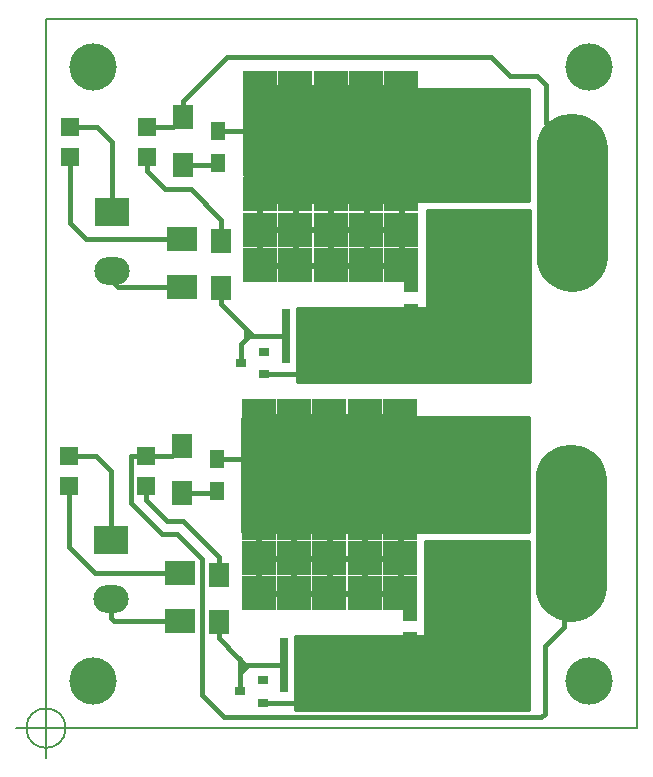
<source format=gbr>
G04 #@! TF.GenerationSoftware,KiCad,Pcbnew,(5.1.5)-3*
G04 #@! TF.CreationDate,2020-03-14T21:19:23-04:00*
G04 #@! TF.ProjectId,MOSTERFET,4d4f5354-4552-4464-9554-2e6b69636164,1.0*
G04 #@! TF.SameCoordinates,Original*
G04 #@! TF.FileFunction,Copper,L1,Top*
G04 #@! TF.FilePolarity,Positive*
%FSLAX46Y46*%
G04 Gerber Fmt 4.6, Leading zero omitted, Abs format (unit mm)*
G04 Created by KiCad (PCBNEW (5.1.5)-3) date 2020-03-14 21:19:23*
%MOMM*%
%LPD*%
G04 APERTURE LIST*
%ADD10C,0.150000*%
%ADD11C,4.000000*%
%ADD12R,0.900000X0.800000*%
%ADD13O,3.000000X2.350000*%
%ADD14R,3.000000X2.350000*%
%ADD15C,6.000000*%
%ADD16R,1.700000X2.000000*%
%ADD17R,1.250000X1.500000*%
%ADD18R,3.000000X3.000000*%
%ADD19R,0.800000X4.600000*%
%ADD20R,1.600000X1.600000*%
%ADD21R,1.300000X1.500000*%
%ADD22R,2.500000X2.000000*%
%ADD23C,0.600000*%
%ADD24C,0.400000*%
%ADD25C,6.000000*%
%ADD26C,0.254000*%
G04 APERTURE END LIST*
D10*
X74666666Y-117000000D02*
G75*
G03X74666666Y-117000000I-1666666J0D01*
G01*
X70500000Y-117000000D02*
X75500000Y-117000000D01*
X73000000Y-114500000D02*
X73000000Y-119500000D01*
X73000000Y-117000000D02*
X123000000Y-117000000D01*
X73000000Y-57000000D02*
X123000000Y-57000000D01*
X123000000Y-117000000D02*
X123000000Y-57000000D01*
X73000000Y-117000000D02*
X73000000Y-57000000D01*
X73000000Y-117000000D02*
X73250000Y-117000000D01*
X73000000Y-117000000D02*
X121000000Y-117000000D01*
D11*
X77000000Y-113000000D03*
X119000000Y-61000000D03*
D12*
X89500000Y-86100000D03*
X91500000Y-85150000D03*
X91500000Y-87050000D03*
D13*
X78600000Y-78300000D03*
D14*
X78600000Y-73300000D03*
D15*
X110625000Y-68000000D03*
X117575000Y-68000000D03*
D16*
X84600000Y-65300000D03*
X84600000Y-69300000D03*
D15*
X110625000Y-77000000D03*
X117575000Y-77000000D03*
D17*
X103900000Y-81850000D03*
X103900000Y-79350000D03*
D18*
X94100000Y-62800000D03*
X91100000Y-62800000D03*
X97100000Y-62800000D03*
X103100000Y-62800000D03*
X100100000Y-62800000D03*
D19*
X100910000Y-83825000D03*
X99640000Y-83825000D03*
X98370000Y-83825000D03*
X95830000Y-83825000D03*
X94560000Y-83825000D03*
X93290000Y-83825000D03*
D18*
X103100000Y-77800000D03*
X103100000Y-74800000D03*
X103100000Y-71800000D03*
X103100000Y-68800000D03*
X91100000Y-77800000D03*
X91100000Y-74800000D03*
X91100000Y-68800000D03*
X91100000Y-71800000D03*
X100100000Y-68800000D03*
X97100000Y-68800000D03*
X94100000Y-68800000D03*
X94100000Y-71800000D03*
X100100000Y-71800000D03*
X97100000Y-71800000D03*
X94100000Y-74800000D03*
X100100000Y-74800000D03*
X97100000Y-74800000D03*
X94100000Y-77800000D03*
X100100000Y-77800000D03*
X97100000Y-77800000D03*
X103100000Y-65800000D03*
X91100000Y-65800000D03*
X100100000Y-65800000D03*
X94100000Y-65800000D03*
X97100000Y-65800000D03*
D20*
X81550000Y-68670000D03*
X75050000Y-68670000D03*
X75050000Y-66130000D03*
X81550000Y-66130000D03*
D16*
X87850000Y-79725000D03*
X87850000Y-75725000D03*
D21*
X87600000Y-69150000D03*
X87600000Y-66450000D03*
D22*
X84550000Y-75625000D03*
X84550000Y-79625000D03*
D12*
X91400000Y-114850000D03*
X91400000Y-112950000D03*
X89400000Y-113900000D03*
D16*
X87650000Y-104000000D03*
X87650000Y-108000000D03*
D22*
X84350000Y-107900000D03*
X84350000Y-103900000D03*
D15*
X117475000Y-105000000D03*
X110525000Y-105000000D03*
D20*
X81450000Y-93930000D03*
X74950000Y-93930000D03*
X74950000Y-96470000D03*
X81450000Y-96470000D03*
D18*
X97000000Y-93600000D03*
X94000000Y-93600000D03*
X100000000Y-93600000D03*
X91000000Y-93600000D03*
X103000000Y-93600000D03*
X97000000Y-105600000D03*
X100000000Y-105600000D03*
X94000000Y-105600000D03*
X97000000Y-102600000D03*
X100000000Y-102600000D03*
X94000000Y-102600000D03*
X97000000Y-99600000D03*
X100000000Y-99600000D03*
X94000000Y-99600000D03*
X94000000Y-96600000D03*
X97000000Y-96600000D03*
X100000000Y-96600000D03*
X91000000Y-99600000D03*
X91000000Y-96600000D03*
X91000000Y-102600000D03*
X91000000Y-105600000D03*
X103000000Y-96600000D03*
X103000000Y-99600000D03*
X103000000Y-102600000D03*
X103000000Y-105600000D03*
D19*
X93190000Y-111625000D03*
X94460000Y-111625000D03*
X95730000Y-111625000D03*
X98270000Y-111625000D03*
X99540000Y-111625000D03*
X100810000Y-111625000D03*
D18*
X100000000Y-90600000D03*
X103000000Y-90600000D03*
X97000000Y-90600000D03*
X91000000Y-90600000D03*
X94000000Y-90600000D03*
D21*
X87500000Y-94250000D03*
X87500000Y-96950000D03*
D17*
X103800000Y-107150000D03*
X103800000Y-109650000D03*
D14*
X78500000Y-101100000D03*
D13*
X78500000Y-106100000D03*
D15*
X117475000Y-96000000D03*
X110525000Y-96000000D03*
D16*
X84500000Y-97100000D03*
X84500000Y-93100000D03*
D11*
X119000000Y-113000000D03*
X77000000Y-61000000D03*
D23*
X100800000Y-110600000D03*
X98300000Y-111500000D03*
X98300000Y-109700000D03*
X99550000Y-112400000D03*
X95750000Y-109700000D03*
X98300000Y-110600000D03*
X98300000Y-113300000D03*
X95750000Y-113300000D03*
X94500000Y-109700000D03*
X99550000Y-113300000D03*
X100800000Y-113300000D03*
X97000000Y-109700000D03*
X99550000Y-111500000D03*
X94500000Y-112400000D03*
X97000000Y-113300000D03*
X94500000Y-113300000D03*
X94500000Y-110600000D03*
X95750000Y-111500000D03*
X100800000Y-112400000D03*
X100800000Y-109700000D03*
X98300000Y-112400000D03*
X97000000Y-110600000D03*
X94500000Y-111500000D03*
X95750000Y-110600000D03*
X95750000Y-112400000D03*
X97000000Y-111500000D03*
X100800000Y-111500000D03*
X97000000Y-112400000D03*
X99550000Y-109700000D03*
X99550000Y-110600000D03*
X94600000Y-83700000D03*
X95850000Y-84600000D03*
X95850000Y-82800000D03*
X100900000Y-83700000D03*
X98400000Y-84600000D03*
X98400000Y-81900000D03*
X97100000Y-83700000D03*
X98400000Y-83700000D03*
X99650000Y-84600000D03*
X95850000Y-81900000D03*
X100900000Y-85500000D03*
X97100000Y-81900000D03*
X99650000Y-83700000D03*
X94600000Y-84600000D03*
X99650000Y-85500000D03*
X94600000Y-85500000D03*
X94600000Y-82800000D03*
X98400000Y-82800000D03*
X100900000Y-82800000D03*
X98400000Y-85500000D03*
X94600000Y-81900000D03*
X95850000Y-85500000D03*
X97100000Y-85500000D03*
X95850000Y-83700000D03*
X100900000Y-84600000D03*
X100900000Y-81900000D03*
X97100000Y-82800000D03*
X99650000Y-81900000D03*
X99650000Y-82800000D03*
X97100000Y-84600000D03*
D24*
X94460000Y-114560000D02*
X94460000Y-111625000D01*
X94500000Y-114600000D02*
X94460000Y-114560000D01*
X95450000Y-114850000D02*
X97000000Y-113300000D01*
X91400000Y-114850000D02*
X95450000Y-114850000D01*
X94560000Y-86760000D02*
X94560000Y-83825000D01*
X94600000Y-86800000D02*
X94560000Y-86760000D01*
X95550000Y-87050000D02*
X97100000Y-85500000D01*
X91500000Y-87050000D02*
X95550000Y-87050000D01*
X84600000Y-66000000D02*
X84600000Y-65300000D01*
X83770000Y-66130000D02*
X84600000Y-65300000D01*
X81550000Y-66130000D02*
X83770000Y-66130000D01*
D25*
X117475000Y-96000000D02*
X117475000Y-105000000D01*
X117575000Y-68000000D02*
X117575000Y-77000000D01*
D24*
X115325000Y-65750000D02*
X117575000Y-68000000D01*
X84600000Y-63900000D02*
X88300000Y-60200000D01*
X115325000Y-62525000D02*
X115325000Y-65750000D01*
X84600000Y-65300000D02*
X84600000Y-63900000D01*
X88300000Y-60200000D02*
X110700000Y-60200000D01*
X110700000Y-60200000D02*
X112300000Y-61800000D01*
X112300000Y-61800000D02*
X114600000Y-61800000D01*
X114600000Y-61800000D02*
X115325000Y-62525000D01*
X83670000Y-93930000D02*
X84500000Y-93100000D01*
X81450000Y-93930000D02*
X83670000Y-93930000D01*
X80250000Y-93930000D02*
X81450000Y-93930000D01*
X80195999Y-93984001D02*
X80250000Y-93930000D01*
X82800000Y-100575000D02*
X80195999Y-97970999D01*
X84092202Y-100575000D02*
X82800000Y-100575000D01*
X86200000Y-102682798D02*
X84092202Y-100575000D01*
X80195999Y-97970999D02*
X80195999Y-93984001D01*
X86200000Y-114200000D02*
X86200000Y-102682798D01*
X116875000Y-108425000D02*
X115225000Y-110075000D01*
X115225000Y-110075000D02*
X115225000Y-115775000D01*
X88100000Y-116100000D02*
X86200000Y-114200000D01*
X115225000Y-115775000D02*
X114900000Y-116100000D01*
X114900000Y-116100000D02*
X88100000Y-116100000D01*
X116875000Y-105600000D02*
X117475000Y-105000000D01*
X116875000Y-108425000D02*
X116875000Y-105600000D01*
X93165000Y-111600000D02*
X93190000Y-111625000D01*
X89400000Y-113900000D02*
X89400000Y-112300000D01*
X90075000Y-111625000D02*
X93190000Y-111625000D01*
X89400000Y-112300000D02*
X90075000Y-111625000D01*
X89875000Y-111625000D02*
X90075000Y-111625000D01*
X87650000Y-108000000D02*
X87650000Y-109400000D01*
X89400000Y-111150000D02*
X89200000Y-110950000D01*
X87650000Y-109400000D02*
X89200000Y-110950000D01*
X89200000Y-110950000D02*
X89875000Y-111625000D01*
X89400000Y-111525000D02*
X89400000Y-111150000D01*
X89400000Y-112300000D02*
X89400000Y-111525000D01*
X89625000Y-111750000D02*
X89400000Y-111525000D01*
X93265000Y-83800000D02*
X93290000Y-83825000D01*
X89500000Y-86100000D02*
X89500000Y-84500000D01*
X90550000Y-83825000D02*
X91225000Y-83825000D01*
X87850000Y-79725000D02*
X87850000Y-81125000D01*
X90175000Y-83825000D02*
X91225000Y-83825000D01*
X91225000Y-83825000D02*
X93290000Y-83825000D01*
X89950000Y-83225000D02*
X89650000Y-82925000D01*
X89950000Y-84050000D02*
X89950000Y-83225000D01*
X89650000Y-82925000D02*
X90550000Y-83825000D01*
X87850000Y-81125000D02*
X89650000Y-82925000D01*
X89950000Y-84050000D02*
X90175000Y-83825000D01*
X89500000Y-84500000D02*
X89950000Y-84050000D01*
X75050000Y-68670000D02*
X75050000Y-74275000D01*
X76400000Y-75625000D02*
X84550000Y-75625000D01*
X75050000Y-74275000D02*
X76400000Y-75625000D01*
X78600000Y-78300000D02*
X78600000Y-79125000D01*
X79100000Y-79625000D02*
X84550000Y-79625000D01*
X78600000Y-79125000D02*
X79100000Y-79625000D01*
X82700000Y-107900000D02*
X84350000Y-107900000D01*
X78725000Y-107900000D02*
X82700000Y-107900000D01*
X78500000Y-107675000D02*
X78725000Y-107900000D01*
X78500000Y-106100000D02*
X78500000Y-107675000D01*
X74950000Y-101675000D02*
X74950000Y-96470000D01*
X77175000Y-103900000D02*
X74950000Y-101675000D01*
X84350000Y-103900000D02*
X77175000Y-103900000D01*
X84600000Y-69300000D02*
X87450000Y-69300000D01*
X87450000Y-69300000D02*
X87600000Y-69150000D01*
X87850000Y-73975000D02*
X87850000Y-75725000D01*
X85245000Y-71370000D02*
X87850000Y-73975000D01*
X83050000Y-71370000D02*
X85245000Y-71370000D01*
X81550000Y-69870000D02*
X83050000Y-71370000D01*
X81550000Y-68670000D02*
X81550000Y-69870000D01*
X84500000Y-97100000D02*
X87350000Y-97100000D01*
X87350000Y-97100000D02*
X87500000Y-96950000D01*
X87650000Y-102500000D02*
X87650000Y-104000000D01*
X84625000Y-99475000D02*
X87650000Y-102500000D01*
X83255000Y-99475000D02*
X84625000Y-99475000D01*
X81450000Y-97670000D02*
X83255000Y-99475000D01*
X81450000Y-96470000D02*
X81450000Y-97670000D01*
X87500000Y-94250000D02*
X90350000Y-94250000D01*
X90350000Y-94250000D02*
X91000000Y-93600000D01*
X103800000Y-106400000D02*
X103000000Y-105600000D01*
X103800000Y-107150000D02*
X103800000Y-106400000D01*
X103900000Y-79350000D02*
X103900000Y-78600000D01*
X103900000Y-78600000D02*
X103100000Y-77800000D01*
X87600000Y-66450000D02*
X90450000Y-66450000D01*
X90450000Y-66450000D02*
X91100000Y-65800000D01*
X77330000Y-66130000D02*
X75050000Y-66130000D01*
X78600000Y-73300000D02*
X78600000Y-67400000D01*
X78600000Y-67400000D02*
X77330000Y-66130000D01*
X77230000Y-93930000D02*
X74950000Y-93930000D01*
X78500000Y-101100000D02*
X78500000Y-95200000D01*
X78500000Y-95200000D02*
X77230000Y-93930000D01*
D26*
G36*
X91127000Y-90473000D02*
G01*
X93873000Y-90473000D01*
X93873000Y-90453000D01*
X94127000Y-90453000D01*
X94127000Y-90473000D01*
X96873000Y-90473000D01*
X96873000Y-90453000D01*
X97127000Y-90453000D01*
X97127000Y-90473000D01*
X99873000Y-90473000D01*
X99873000Y-90453000D01*
X100127000Y-90453000D01*
X100127000Y-90473000D01*
X102873000Y-90473000D01*
X102873000Y-90453000D01*
X103127000Y-90453000D01*
X103127000Y-90473000D01*
X103147000Y-90473000D01*
X103147000Y-90727000D01*
X103127000Y-90727000D01*
X103127000Y-93473000D01*
X103147000Y-93473000D01*
X103147000Y-93727000D01*
X103127000Y-93727000D01*
X103127000Y-96473000D01*
X103147000Y-96473000D01*
X103147000Y-96727000D01*
X103127000Y-96727000D01*
X103127000Y-99473000D01*
X103147000Y-99473000D01*
X103147000Y-99727000D01*
X103127000Y-99727000D01*
X103127000Y-102473000D01*
X103147000Y-102473000D01*
X103147000Y-102727000D01*
X103127000Y-102727000D01*
X103127000Y-105473000D01*
X103147000Y-105473000D01*
X103147000Y-105727000D01*
X103127000Y-105727000D01*
X103127000Y-105747000D01*
X102873000Y-105747000D01*
X102873000Y-105727000D01*
X100127000Y-105727000D01*
X100127000Y-105747000D01*
X99873000Y-105747000D01*
X99873000Y-105727000D01*
X97127000Y-105727000D01*
X97127000Y-105747000D01*
X96873000Y-105747000D01*
X96873000Y-105727000D01*
X94127000Y-105727000D01*
X94127000Y-105747000D01*
X93873000Y-105747000D01*
X93873000Y-105727000D01*
X91127000Y-105727000D01*
X91127000Y-105747000D01*
X90873000Y-105747000D01*
X90873000Y-105727000D01*
X90853000Y-105727000D01*
X90853000Y-105473000D01*
X90873000Y-105473000D01*
X90873000Y-102727000D01*
X91127000Y-102727000D01*
X91127000Y-105473000D01*
X93873000Y-105473000D01*
X93873000Y-102727000D01*
X94127000Y-102727000D01*
X94127000Y-105473000D01*
X96873000Y-105473000D01*
X96873000Y-102727000D01*
X97127000Y-102727000D01*
X97127000Y-105473000D01*
X99873000Y-105473000D01*
X99873000Y-102727000D01*
X100127000Y-102727000D01*
X100127000Y-105473000D01*
X102873000Y-105473000D01*
X102873000Y-102727000D01*
X100127000Y-102727000D01*
X99873000Y-102727000D01*
X97127000Y-102727000D01*
X96873000Y-102727000D01*
X94127000Y-102727000D01*
X93873000Y-102727000D01*
X91127000Y-102727000D01*
X90873000Y-102727000D01*
X90853000Y-102727000D01*
X90853000Y-102473000D01*
X90873000Y-102473000D01*
X90873000Y-99727000D01*
X91127000Y-99727000D01*
X91127000Y-102473000D01*
X93873000Y-102473000D01*
X93873000Y-99727000D01*
X94127000Y-99727000D01*
X94127000Y-102473000D01*
X96873000Y-102473000D01*
X96873000Y-99727000D01*
X97127000Y-99727000D01*
X97127000Y-102473000D01*
X99873000Y-102473000D01*
X99873000Y-99727000D01*
X100127000Y-99727000D01*
X100127000Y-102473000D01*
X102873000Y-102473000D01*
X102873000Y-99727000D01*
X100127000Y-99727000D01*
X99873000Y-99727000D01*
X97127000Y-99727000D01*
X96873000Y-99727000D01*
X94127000Y-99727000D01*
X93873000Y-99727000D01*
X91127000Y-99727000D01*
X90873000Y-99727000D01*
X90853000Y-99727000D01*
X90853000Y-99473000D01*
X90873000Y-99473000D01*
X90873000Y-96727000D01*
X91127000Y-96727000D01*
X91127000Y-99473000D01*
X93873000Y-99473000D01*
X93873000Y-96727000D01*
X94127000Y-96727000D01*
X94127000Y-99473000D01*
X96873000Y-99473000D01*
X96873000Y-96727000D01*
X97127000Y-96727000D01*
X97127000Y-99473000D01*
X99873000Y-99473000D01*
X99873000Y-96727000D01*
X100127000Y-96727000D01*
X100127000Y-99473000D01*
X102873000Y-99473000D01*
X102873000Y-96727000D01*
X100127000Y-96727000D01*
X99873000Y-96727000D01*
X97127000Y-96727000D01*
X96873000Y-96727000D01*
X94127000Y-96727000D01*
X93873000Y-96727000D01*
X91127000Y-96727000D01*
X90873000Y-96727000D01*
X90853000Y-96727000D01*
X90853000Y-96473000D01*
X90873000Y-96473000D01*
X90873000Y-93727000D01*
X91127000Y-93727000D01*
X91127000Y-96473000D01*
X93873000Y-96473000D01*
X93873000Y-93727000D01*
X94127000Y-93727000D01*
X94127000Y-96473000D01*
X96873000Y-96473000D01*
X96873000Y-93727000D01*
X97127000Y-93727000D01*
X97127000Y-96473000D01*
X99873000Y-96473000D01*
X99873000Y-93727000D01*
X100127000Y-93727000D01*
X100127000Y-96473000D01*
X102873000Y-96473000D01*
X102873000Y-93727000D01*
X100127000Y-93727000D01*
X99873000Y-93727000D01*
X97127000Y-93727000D01*
X96873000Y-93727000D01*
X94127000Y-93727000D01*
X93873000Y-93727000D01*
X91127000Y-93727000D01*
X90873000Y-93727000D01*
X90853000Y-93727000D01*
X90853000Y-93473000D01*
X90873000Y-93473000D01*
X90873000Y-90727000D01*
X91127000Y-90727000D01*
X91127000Y-93473000D01*
X93873000Y-93473000D01*
X93873000Y-90727000D01*
X94127000Y-90727000D01*
X94127000Y-93473000D01*
X96873000Y-93473000D01*
X96873000Y-90727000D01*
X97127000Y-90727000D01*
X97127000Y-93473000D01*
X99873000Y-93473000D01*
X99873000Y-90727000D01*
X100127000Y-90727000D01*
X100127000Y-93473000D01*
X102873000Y-93473000D01*
X102873000Y-90727000D01*
X100127000Y-90727000D01*
X99873000Y-90727000D01*
X97127000Y-90727000D01*
X96873000Y-90727000D01*
X94127000Y-90727000D01*
X93873000Y-90727000D01*
X91127000Y-90727000D01*
X90873000Y-90727000D01*
X90853000Y-90727000D01*
X90853000Y-90473000D01*
X90873000Y-90473000D01*
X90873000Y-90453000D01*
X91127000Y-90453000D01*
X91127000Y-90473000D01*
G37*
X91127000Y-90473000D02*
X93873000Y-90473000D01*
X93873000Y-90453000D01*
X94127000Y-90453000D01*
X94127000Y-90473000D01*
X96873000Y-90473000D01*
X96873000Y-90453000D01*
X97127000Y-90453000D01*
X97127000Y-90473000D01*
X99873000Y-90473000D01*
X99873000Y-90453000D01*
X100127000Y-90453000D01*
X100127000Y-90473000D01*
X102873000Y-90473000D01*
X102873000Y-90453000D01*
X103127000Y-90453000D01*
X103127000Y-90473000D01*
X103147000Y-90473000D01*
X103147000Y-90727000D01*
X103127000Y-90727000D01*
X103127000Y-93473000D01*
X103147000Y-93473000D01*
X103147000Y-93727000D01*
X103127000Y-93727000D01*
X103127000Y-96473000D01*
X103147000Y-96473000D01*
X103147000Y-96727000D01*
X103127000Y-96727000D01*
X103127000Y-99473000D01*
X103147000Y-99473000D01*
X103147000Y-99727000D01*
X103127000Y-99727000D01*
X103127000Y-102473000D01*
X103147000Y-102473000D01*
X103147000Y-102727000D01*
X103127000Y-102727000D01*
X103127000Y-105473000D01*
X103147000Y-105473000D01*
X103147000Y-105727000D01*
X103127000Y-105727000D01*
X103127000Y-105747000D01*
X102873000Y-105747000D01*
X102873000Y-105727000D01*
X100127000Y-105727000D01*
X100127000Y-105747000D01*
X99873000Y-105747000D01*
X99873000Y-105727000D01*
X97127000Y-105727000D01*
X97127000Y-105747000D01*
X96873000Y-105747000D01*
X96873000Y-105727000D01*
X94127000Y-105727000D01*
X94127000Y-105747000D01*
X93873000Y-105747000D01*
X93873000Y-105727000D01*
X91127000Y-105727000D01*
X91127000Y-105747000D01*
X90873000Y-105747000D01*
X90873000Y-105727000D01*
X90853000Y-105727000D01*
X90853000Y-105473000D01*
X90873000Y-105473000D01*
X90873000Y-102727000D01*
X91127000Y-102727000D01*
X91127000Y-105473000D01*
X93873000Y-105473000D01*
X93873000Y-102727000D01*
X94127000Y-102727000D01*
X94127000Y-105473000D01*
X96873000Y-105473000D01*
X96873000Y-102727000D01*
X97127000Y-102727000D01*
X97127000Y-105473000D01*
X99873000Y-105473000D01*
X99873000Y-102727000D01*
X100127000Y-102727000D01*
X100127000Y-105473000D01*
X102873000Y-105473000D01*
X102873000Y-102727000D01*
X100127000Y-102727000D01*
X99873000Y-102727000D01*
X97127000Y-102727000D01*
X96873000Y-102727000D01*
X94127000Y-102727000D01*
X93873000Y-102727000D01*
X91127000Y-102727000D01*
X90873000Y-102727000D01*
X90853000Y-102727000D01*
X90853000Y-102473000D01*
X90873000Y-102473000D01*
X90873000Y-99727000D01*
X91127000Y-99727000D01*
X91127000Y-102473000D01*
X93873000Y-102473000D01*
X93873000Y-99727000D01*
X94127000Y-99727000D01*
X94127000Y-102473000D01*
X96873000Y-102473000D01*
X96873000Y-99727000D01*
X97127000Y-99727000D01*
X97127000Y-102473000D01*
X99873000Y-102473000D01*
X99873000Y-99727000D01*
X100127000Y-99727000D01*
X100127000Y-102473000D01*
X102873000Y-102473000D01*
X102873000Y-99727000D01*
X100127000Y-99727000D01*
X99873000Y-99727000D01*
X97127000Y-99727000D01*
X96873000Y-99727000D01*
X94127000Y-99727000D01*
X93873000Y-99727000D01*
X91127000Y-99727000D01*
X90873000Y-99727000D01*
X90853000Y-99727000D01*
X90853000Y-99473000D01*
X90873000Y-99473000D01*
X90873000Y-96727000D01*
X91127000Y-96727000D01*
X91127000Y-99473000D01*
X93873000Y-99473000D01*
X93873000Y-96727000D01*
X94127000Y-96727000D01*
X94127000Y-99473000D01*
X96873000Y-99473000D01*
X96873000Y-96727000D01*
X97127000Y-96727000D01*
X97127000Y-99473000D01*
X99873000Y-99473000D01*
X99873000Y-96727000D01*
X100127000Y-96727000D01*
X100127000Y-99473000D01*
X102873000Y-99473000D01*
X102873000Y-96727000D01*
X100127000Y-96727000D01*
X99873000Y-96727000D01*
X97127000Y-96727000D01*
X96873000Y-96727000D01*
X94127000Y-96727000D01*
X93873000Y-96727000D01*
X91127000Y-96727000D01*
X90873000Y-96727000D01*
X90853000Y-96727000D01*
X90853000Y-96473000D01*
X90873000Y-96473000D01*
X90873000Y-93727000D01*
X91127000Y-93727000D01*
X91127000Y-96473000D01*
X93873000Y-96473000D01*
X93873000Y-93727000D01*
X94127000Y-93727000D01*
X94127000Y-96473000D01*
X96873000Y-96473000D01*
X96873000Y-93727000D01*
X97127000Y-93727000D01*
X97127000Y-96473000D01*
X99873000Y-96473000D01*
X99873000Y-93727000D01*
X100127000Y-93727000D01*
X100127000Y-96473000D01*
X102873000Y-96473000D01*
X102873000Y-93727000D01*
X100127000Y-93727000D01*
X99873000Y-93727000D01*
X97127000Y-93727000D01*
X96873000Y-93727000D01*
X94127000Y-93727000D01*
X93873000Y-93727000D01*
X91127000Y-93727000D01*
X90873000Y-93727000D01*
X90853000Y-93727000D01*
X90853000Y-93473000D01*
X90873000Y-93473000D01*
X90873000Y-90727000D01*
X91127000Y-90727000D01*
X91127000Y-93473000D01*
X93873000Y-93473000D01*
X93873000Y-90727000D01*
X94127000Y-90727000D01*
X94127000Y-93473000D01*
X96873000Y-93473000D01*
X96873000Y-90727000D01*
X97127000Y-90727000D01*
X97127000Y-93473000D01*
X99873000Y-93473000D01*
X99873000Y-90727000D01*
X100127000Y-90727000D01*
X100127000Y-93473000D01*
X102873000Y-93473000D01*
X102873000Y-90727000D01*
X100127000Y-90727000D01*
X99873000Y-90727000D01*
X97127000Y-90727000D01*
X96873000Y-90727000D01*
X94127000Y-90727000D01*
X93873000Y-90727000D01*
X91127000Y-90727000D01*
X90873000Y-90727000D01*
X90853000Y-90727000D01*
X90853000Y-90473000D01*
X90873000Y-90473000D01*
X90873000Y-90453000D01*
X91127000Y-90453000D01*
X91127000Y-90473000D01*
G36*
X113873000Y-115473000D02*
G01*
X94127000Y-115473000D01*
X94127000Y-109227000D01*
X105000000Y-109227000D01*
X105024776Y-109224560D01*
X105048601Y-109217333D01*
X105070557Y-109205597D01*
X105089803Y-109189803D01*
X105105597Y-109170557D01*
X105117333Y-109148601D01*
X105124560Y-109124776D01*
X105127000Y-109100000D01*
X105127000Y-101127000D01*
X113873000Y-101127000D01*
X113873000Y-115473000D01*
G37*
X113873000Y-115473000D02*
X94127000Y-115473000D01*
X94127000Y-109227000D01*
X105000000Y-109227000D01*
X105024776Y-109224560D01*
X105048601Y-109217333D01*
X105070557Y-109205597D01*
X105089803Y-109189803D01*
X105105597Y-109170557D01*
X105117333Y-109148601D01*
X105124560Y-109124776D01*
X105127000Y-109100000D01*
X105127000Y-101127000D01*
X113873000Y-101127000D01*
X113873000Y-115473000D01*
G36*
X113873000Y-100373259D02*
G01*
X89627000Y-100422740D01*
X89627000Y-90726483D01*
X113873000Y-90627519D01*
X113873000Y-100373259D01*
G37*
X113873000Y-100373259D02*
X89627000Y-100422740D01*
X89627000Y-90726483D01*
X113873000Y-90627519D01*
X113873000Y-100373259D01*
G36*
X91227000Y-62673000D02*
G01*
X93973000Y-62673000D01*
X93973000Y-62653000D01*
X94227000Y-62653000D01*
X94227000Y-62673000D01*
X96973000Y-62673000D01*
X96973000Y-62653000D01*
X97227000Y-62653000D01*
X97227000Y-62673000D01*
X99973000Y-62673000D01*
X99973000Y-62653000D01*
X100227000Y-62653000D01*
X100227000Y-62673000D01*
X102973000Y-62673000D01*
X102973000Y-62653000D01*
X103227000Y-62653000D01*
X103227000Y-62673000D01*
X103247000Y-62673000D01*
X103247000Y-62927000D01*
X103227000Y-62927000D01*
X103227000Y-65673000D01*
X103247000Y-65673000D01*
X103247000Y-65927000D01*
X103227000Y-65927000D01*
X103227000Y-68673000D01*
X103247000Y-68673000D01*
X103247000Y-68927000D01*
X103227000Y-68927000D01*
X103227000Y-71673000D01*
X103247000Y-71673000D01*
X103247000Y-71927000D01*
X103227000Y-71927000D01*
X103227000Y-74673000D01*
X103247000Y-74673000D01*
X103247000Y-74927000D01*
X103227000Y-74927000D01*
X103227000Y-77673000D01*
X103247000Y-77673000D01*
X103247000Y-77927000D01*
X103227000Y-77927000D01*
X103227000Y-77947000D01*
X102973000Y-77947000D01*
X102973000Y-77927000D01*
X100227000Y-77927000D01*
X100227000Y-77947000D01*
X99973000Y-77947000D01*
X99973000Y-77927000D01*
X97227000Y-77927000D01*
X97227000Y-77947000D01*
X96973000Y-77947000D01*
X96973000Y-77927000D01*
X94227000Y-77927000D01*
X94227000Y-77947000D01*
X93973000Y-77947000D01*
X93973000Y-77927000D01*
X91227000Y-77927000D01*
X91227000Y-77947000D01*
X90973000Y-77947000D01*
X90973000Y-77927000D01*
X90953000Y-77927000D01*
X90953000Y-77673000D01*
X90973000Y-77673000D01*
X90973000Y-74927000D01*
X91227000Y-74927000D01*
X91227000Y-77673000D01*
X93973000Y-77673000D01*
X93973000Y-74927000D01*
X94227000Y-74927000D01*
X94227000Y-77673000D01*
X96973000Y-77673000D01*
X96973000Y-74927000D01*
X97227000Y-74927000D01*
X97227000Y-77673000D01*
X99973000Y-77673000D01*
X99973000Y-74927000D01*
X100227000Y-74927000D01*
X100227000Y-77673000D01*
X102973000Y-77673000D01*
X102973000Y-74927000D01*
X100227000Y-74927000D01*
X99973000Y-74927000D01*
X97227000Y-74927000D01*
X96973000Y-74927000D01*
X94227000Y-74927000D01*
X93973000Y-74927000D01*
X91227000Y-74927000D01*
X90973000Y-74927000D01*
X90953000Y-74927000D01*
X90953000Y-74673000D01*
X90973000Y-74673000D01*
X90973000Y-71927000D01*
X91227000Y-71927000D01*
X91227000Y-74673000D01*
X93973000Y-74673000D01*
X93973000Y-71927000D01*
X94227000Y-71927000D01*
X94227000Y-74673000D01*
X96973000Y-74673000D01*
X96973000Y-71927000D01*
X97227000Y-71927000D01*
X97227000Y-74673000D01*
X99973000Y-74673000D01*
X99973000Y-71927000D01*
X100227000Y-71927000D01*
X100227000Y-74673000D01*
X102973000Y-74673000D01*
X102973000Y-71927000D01*
X100227000Y-71927000D01*
X99973000Y-71927000D01*
X97227000Y-71927000D01*
X96973000Y-71927000D01*
X94227000Y-71927000D01*
X93973000Y-71927000D01*
X91227000Y-71927000D01*
X90973000Y-71927000D01*
X90953000Y-71927000D01*
X90953000Y-71673000D01*
X90973000Y-71673000D01*
X90973000Y-68927000D01*
X91227000Y-68927000D01*
X91227000Y-71673000D01*
X93973000Y-71673000D01*
X93973000Y-68927000D01*
X94227000Y-68927000D01*
X94227000Y-71673000D01*
X96973000Y-71673000D01*
X96973000Y-68927000D01*
X97227000Y-68927000D01*
X97227000Y-71673000D01*
X99973000Y-71673000D01*
X99973000Y-68927000D01*
X100227000Y-68927000D01*
X100227000Y-71673000D01*
X102973000Y-71673000D01*
X102973000Y-68927000D01*
X100227000Y-68927000D01*
X99973000Y-68927000D01*
X97227000Y-68927000D01*
X96973000Y-68927000D01*
X94227000Y-68927000D01*
X93973000Y-68927000D01*
X91227000Y-68927000D01*
X90973000Y-68927000D01*
X90953000Y-68927000D01*
X90953000Y-68673000D01*
X90973000Y-68673000D01*
X90973000Y-65927000D01*
X91227000Y-65927000D01*
X91227000Y-68673000D01*
X93973000Y-68673000D01*
X93973000Y-65927000D01*
X94227000Y-65927000D01*
X94227000Y-68673000D01*
X96973000Y-68673000D01*
X96973000Y-65927000D01*
X97227000Y-65927000D01*
X97227000Y-68673000D01*
X99973000Y-68673000D01*
X99973000Y-65927000D01*
X100227000Y-65927000D01*
X100227000Y-68673000D01*
X102973000Y-68673000D01*
X102973000Y-65927000D01*
X100227000Y-65927000D01*
X99973000Y-65927000D01*
X97227000Y-65927000D01*
X96973000Y-65927000D01*
X94227000Y-65927000D01*
X93973000Y-65927000D01*
X91227000Y-65927000D01*
X90973000Y-65927000D01*
X90953000Y-65927000D01*
X90953000Y-65673000D01*
X90973000Y-65673000D01*
X90973000Y-62927000D01*
X91227000Y-62927000D01*
X91227000Y-65673000D01*
X93973000Y-65673000D01*
X93973000Y-62927000D01*
X94227000Y-62927000D01*
X94227000Y-65673000D01*
X96973000Y-65673000D01*
X96973000Y-62927000D01*
X97227000Y-62927000D01*
X97227000Y-65673000D01*
X99973000Y-65673000D01*
X99973000Y-62927000D01*
X100227000Y-62927000D01*
X100227000Y-65673000D01*
X102973000Y-65673000D01*
X102973000Y-62927000D01*
X100227000Y-62927000D01*
X99973000Y-62927000D01*
X97227000Y-62927000D01*
X96973000Y-62927000D01*
X94227000Y-62927000D01*
X93973000Y-62927000D01*
X91227000Y-62927000D01*
X90973000Y-62927000D01*
X90953000Y-62927000D01*
X90953000Y-62673000D01*
X90973000Y-62673000D01*
X90973000Y-62653000D01*
X91227000Y-62653000D01*
X91227000Y-62673000D01*
G37*
X91227000Y-62673000D02*
X93973000Y-62673000D01*
X93973000Y-62653000D01*
X94227000Y-62653000D01*
X94227000Y-62673000D01*
X96973000Y-62673000D01*
X96973000Y-62653000D01*
X97227000Y-62653000D01*
X97227000Y-62673000D01*
X99973000Y-62673000D01*
X99973000Y-62653000D01*
X100227000Y-62653000D01*
X100227000Y-62673000D01*
X102973000Y-62673000D01*
X102973000Y-62653000D01*
X103227000Y-62653000D01*
X103227000Y-62673000D01*
X103247000Y-62673000D01*
X103247000Y-62927000D01*
X103227000Y-62927000D01*
X103227000Y-65673000D01*
X103247000Y-65673000D01*
X103247000Y-65927000D01*
X103227000Y-65927000D01*
X103227000Y-68673000D01*
X103247000Y-68673000D01*
X103247000Y-68927000D01*
X103227000Y-68927000D01*
X103227000Y-71673000D01*
X103247000Y-71673000D01*
X103247000Y-71927000D01*
X103227000Y-71927000D01*
X103227000Y-74673000D01*
X103247000Y-74673000D01*
X103247000Y-74927000D01*
X103227000Y-74927000D01*
X103227000Y-77673000D01*
X103247000Y-77673000D01*
X103247000Y-77927000D01*
X103227000Y-77927000D01*
X103227000Y-77947000D01*
X102973000Y-77947000D01*
X102973000Y-77927000D01*
X100227000Y-77927000D01*
X100227000Y-77947000D01*
X99973000Y-77947000D01*
X99973000Y-77927000D01*
X97227000Y-77927000D01*
X97227000Y-77947000D01*
X96973000Y-77947000D01*
X96973000Y-77927000D01*
X94227000Y-77927000D01*
X94227000Y-77947000D01*
X93973000Y-77947000D01*
X93973000Y-77927000D01*
X91227000Y-77927000D01*
X91227000Y-77947000D01*
X90973000Y-77947000D01*
X90973000Y-77927000D01*
X90953000Y-77927000D01*
X90953000Y-77673000D01*
X90973000Y-77673000D01*
X90973000Y-74927000D01*
X91227000Y-74927000D01*
X91227000Y-77673000D01*
X93973000Y-77673000D01*
X93973000Y-74927000D01*
X94227000Y-74927000D01*
X94227000Y-77673000D01*
X96973000Y-77673000D01*
X96973000Y-74927000D01*
X97227000Y-74927000D01*
X97227000Y-77673000D01*
X99973000Y-77673000D01*
X99973000Y-74927000D01*
X100227000Y-74927000D01*
X100227000Y-77673000D01*
X102973000Y-77673000D01*
X102973000Y-74927000D01*
X100227000Y-74927000D01*
X99973000Y-74927000D01*
X97227000Y-74927000D01*
X96973000Y-74927000D01*
X94227000Y-74927000D01*
X93973000Y-74927000D01*
X91227000Y-74927000D01*
X90973000Y-74927000D01*
X90953000Y-74927000D01*
X90953000Y-74673000D01*
X90973000Y-74673000D01*
X90973000Y-71927000D01*
X91227000Y-71927000D01*
X91227000Y-74673000D01*
X93973000Y-74673000D01*
X93973000Y-71927000D01*
X94227000Y-71927000D01*
X94227000Y-74673000D01*
X96973000Y-74673000D01*
X96973000Y-71927000D01*
X97227000Y-71927000D01*
X97227000Y-74673000D01*
X99973000Y-74673000D01*
X99973000Y-71927000D01*
X100227000Y-71927000D01*
X100227000Y-74673000D01*
X102973000Y-74673000D01*
X102973000Y-71927000D01*
X100227000Y-71927000D01*
X99973000Y-71927000D01*
X97227000Y-71927000D01*
X96973000Y-71927000D01*
X94227000Y-71927000D01*
X93973000Y-71927000D01*
X91227000Y-71927000D01*
X90973000Y-71927000D01*
X90953000Y-71927000D01*
X90953000Y-71673000D01*
X90973000Y-71673000D01*
X90973000Y-68927000D01*
X91227000Y-68927000D01*
X91227000Y-71673000D01*
X93973000Y-71673000D01*
X93973000Y-68927000D01*
X94227000Y-68927000D01*
X94227000Y-71673000D01*
X96973000Y-71673000D01*
X96973000Y-68927000D01*
X97227000Y-68927000D01*
X97227000Y-71673000D01*
X99973000Y-71673000D01*
X99973000Y-68927000D01*
X100227000Y-68927000D01*
X100227000Y-71673000D01*
X102973000Y-71673000D01*
X102973000Y-68927000D01*
X100227000Y-68927000D01*
X99973000Y-68927000D01*
X97227000Y-68927000D01*
X96973000Y-68927000D01*
X94227000Y-68927000D01*
X93973000Y-68927000D01*
X91227000Y-68927000D01*
X90973000Y-68927000D01*
X90953000Y-68927000D01*
X90953000Y-68673000D01*
X90973000Y-68673000D01*
X90973000Y-65927000D01*
X91227000Y-65927000D01*
X91227000Y-68673000D01*
X93973000Y-68673000D01*
X93973000Y-65927000D01*
X94227000Y-65927000D01*
X94227000Y-68673000D01*
X96973000Y-68673000D01*
X96973000Y-65927000D01*
X97227000Y-65927000D01*
X97227000Y-68673000D01*
X99973000Y-68673000D01*
X99973000Y-65927000D01*
X100227000Y-65927000D01*
X100227000Y-68673000D01*
X102973000Y-68673000D01*
X102973000Y-65927000D01*
X100227000Y-65927000D01*
X99973000Y-65927000D01*
X97227000Y-65927000D01*
X96973000Y-65927000D01*
X94227000Y-65927000D01*
X93973000Y-65927000D01*
X91227000Y-65927000D01*
X90973000Y-65927000D01*
X90953000Y-65927000D01*
X90953000Y-65673000D01*
X90973000Y-65673000D01*
X90973000Y-62927000D01*
X91227000Y-62927000D01*
X91227000Y-65673000D01*
X93973000Y-65673000D01*
X93973000Y-62927000D01*
X94227000Y-62927000D01*
X94227000Y-65673000D01*
X96973000Y-65673000D01*
X96973000Y-62927000D01*
X97227000Y-62927000D01*
X97227000Y-65673000D01*
X99973000Y-65673000D01*
X99973000Y-62927000D01*
X100227000Y-62927000D01*
X100227000Y-65673000D01*
X102973000Y-65673000D01*
X102973000Y-62927000D01*
X100227000Y-62927000D01*
X99973000Y-62927000D01*
X97227000Y-62927000D01*
X96973000Y-62927000D01*
X94227000Y-62927000D01*
X93973000Y-62927000D01*
X91227000Y-62927000D01*
X90973000Y-62927000D01*
X90953000Y-62927000D01*
X90953000Y-62673000D01*
X90973000Y-62673000D01*
X90973000Y-62653000D01*
X91227000Y-62653000D01*
X91227000Y-62673000D01*
G36*
X113973000Y-87673000D02*
G01*
X94227000Y-87673000D01*
X94227000Y-81427000D01*
X105100000Y-81427000D01*
X105124776Y-81424560D01*
X105148601Y-81417333D01*
X105170557Y-81405597D01*
X105189803Y-81389803D01*
X105205597Y-81370557D01*
X105217333Y-81348601D01*
X105224560Y-81324776D01*
X105227000Y-81300000D01*
X105227000Y-73127000D01*
X113973000Y-73127000D01*
X113973000Y-87673000D01*
G37*
X113973000Y-87673000D02*
X94227000Y-87673000D01*
X94227000Y-81427000D01*
X105100000Y-81427000D01*
X105124776Y-81424560D01*
X105148601Y-81417333D01*
X105170557Y-81405597D01*
X105189803Y-81389803D01*
X105205597Y-81370557D01*
X105217333Y-81348601D01*
X105224560Y-81324776D01*
X105227000Y-81300000D01*
X105227000Y-73127000D01*
X113973000Y-73127000D01*
X113973000Y-87673000D01*
G36*
X113873000Y-72373261D02*
G01*
X89875057Y-72422742D01*
X89728965Y-62926736D01*
X113873000Y-62877261D01*
X113873000Y-72373261D01*
G37*
X113873000Y-72373261D02*
X89875057Y-72422742D01*
X89728965Y-62926736D01*
X113873000Y-62877261D01*
X113873000Y-72373261D01*
M02*

</source>
